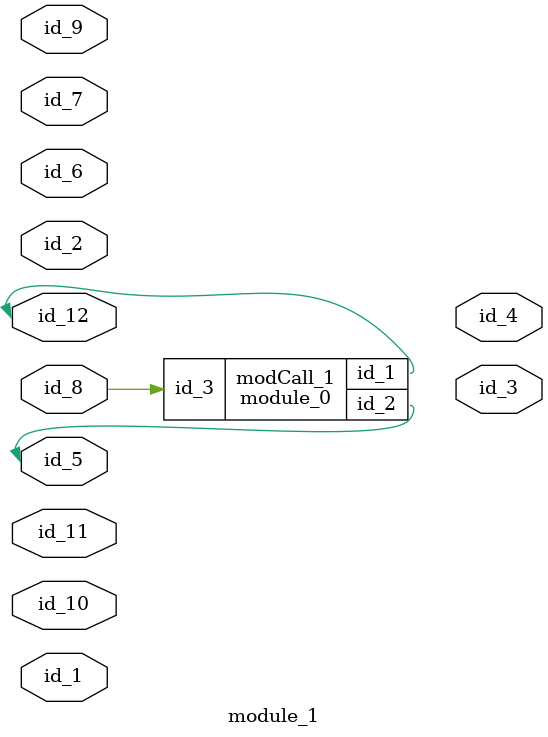
<source format=v>
module module_0 (
    id_1,
    id_2,
    id_3
);
  input wire id_3;
  inout wire id_2;
  inout wire id_1;
  wire id_4;
  wire id_5, id_6;
  wire id_7;
endmodule
module module_1 (
    id_1,
    id_2,
    id_3,
    id_4,
    id_5,
    id_6,
    id_7,
    id_8,
    id_9,
    id_10,
    id_11,
    id_12
);
  inout wire id_12;
  inout wire id_11;
  inout wire id_10;
  inout wire id_9;
  inout wire id_8;
  input wire id_7;
  inout wire id_6;
  inout wire id_5;
  output wire id_4;
  output wire id_3;
  input wire id_2;
  input wire id_1;
  wire id_13;
  module_0 modCall_1 (
      id_12,
      id_5,
      id_8
  );
  wire id_14;
endmodule

</source>
